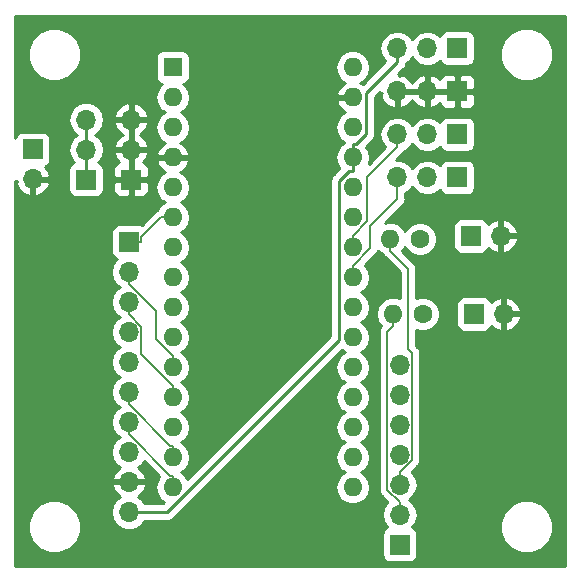
<source format=gbr>
%TF.GenerationSoftware,KiCad,Pcbnew,(5.0.1-3-g963ef8bb5)*%
%TF.CreationDate,2019-03-29T12:16:20-04:00*%
%TF.ProjectId,VHSBase,564853426173652E6B696361645F7063,rev?*%
%TF.SameCoordinates,Original*%
%TF.FileFunction,Copper,L1,Top,Signal*%
%TF.FilePolarity,Positive*%
%FSLAX46Y46*%
G04 Gerber Fmt 4.6, Leading zero omitted, Abs format (unit mm)*
G04 Created by KiCad (PCBNEW (5.0.1-3-g963ef8bb5)) date Friday, March 29, 2019 at 12:16:20 pm*
%MOMM*%
%LPD*%
G01*
G04 APERTURE LIST*
%ADD10O,1.600000X1.600000*%
%ADD11R,1.600000X1.600000*%
%ADD12O,1.700000X1.700000*%
%ADD13R,1.700000X1.700000*%
%ADD14C,1.600000*%
%ADD15C,0.127000*%
%ADD16C,0.250000*%
%ADD17C,0.254000*%
G04 APERTURE END LIST*
D10*
X116215000Y-99255000D03*
X100975000Y-99255000D03*
X116215000Y-63695000D03*
X100975000Y-96715000D03*
X116215000Y-66235000D03*
X100975000Y-94175000D03*
X116215000Y-68775000D03*
X100975000Y-91635000D03*
X116215000Y-71315000D03*
X100975000Y-89095000D03*
X116215000Y-73855000D03*
X100975000Y-86555000D03*
X116215000Y-76395000D03*
X100975000Y-84015000D03*
X116215000Y-78935000D03*
X100975000Y-81475000D03*
X116215000Y-81475000D03*
X100975000Y-78935000D03*
X116215000Y-84015000D03*
X100975000Y-76395000D03*
X116215000Y-86555000D03*
X100975000Y-73855000D03*
X116215000Y-89095000D03*
X100975000Y-71315000D03*
X116215000Y-91635000D03*
X100975000Y-68775000D03*
X116215000Y-94175000D03*
X100975000Y-66235000D03*
X116215000Y-96715000D03*
D11*
X100975000Y-63695000D03*
D12*
X120200000Y-88860000D03*
X120200000Y-91400000D03*
X120200000Y-93940000D03*
X120200000Y-96480000D03*
X120200000Y-99020000D03*
X120200000Y-101560000D03*
D13*
X120200000Y-104100000D03*
D12*
X97282000Y-101346000D03*
X97282000Y-98806000D03*
X97282000Y-96266000D03*
X97282000Y-93726000D03*
X97282000Y-91186000D03*
X97282000Y-88646000D03*
X97282000Y-86106000D03*
X97282000Y-83566000D03*
X97282000Y-81026000D03*
D13*
X97282000Y-78486000D03*
D12*
X93646000Y-68116000D03*
X93646000Y-70656000D03*
D13*
X93646000Y-73196000D03*
D12*
X97456000Y-68116000D03*
X97456000Y-70656000D03*
D13*
X97456000Y-73196000D03*
D12*
X129032000Y-84582000D03*
D13*
X126492000Y-84582000D03*
X126238000Y-77978000D03*
D12*
X128778000Y-77978000D03*
D13*
X125075000Y-62075000D03*
D12*
X122535000Y-62075000D03*
X119995000Y-62075000D03*
X119995000Y-65725000D03*
X122535000Y-65725000D03*
D13*
X125075000Y-65725000D03*
D12*
X119995000Y-69375000D03*
X122535000Y-69375000D03*
D13*
X125075000Y-69375000D03*
X125075000Y-73025000D03*
D12*
X122535000Y-73025000D03*
X119995000Y-73025000D03*
D10*
X119634000Y-84582000D03*
D14*
X122174000Y-84582000D03*
X121920000Y-78232000D03*
D10*
X119380000Y-78232000D03*
D12*
X89136000Y-73178000D03*
D13*
X89136000Y-70638000D03*
D15*
X100975000Y-99255000D02*
X100975000Y-98264200D01*
X97282000Y-93726000D02*
X97282000Y-94766800D01*
X97282000Y-94766800D02*
X100779400Y-98264200D01*
X100779400Y-98264200D02*
X100975000Y-98264200D01*
D16*
X93646000Y-70656000D02*
X93646000Y-68116000D01*
X93646000Y-73196000D02*
X93646000Y-70656000D01*
D15*
X100975000Y-96715000D02*
X100975000Y-95724200D01*
X97282000Y-91186000D02*
X97282000Y-92226800D01*
X97282000Y-92226800D02*
X100779400Y-95724200D01*
X100779400Y-95724200D02*
X100975000Y-95724200D01*
X100975000Y-91635000D02*
X100975000Y-90644200D01*
X97282000Y-83566000D02*
X97282000Y-84606800D01*
X97282000Y-84606800D02*
X98322800Y-85647600D01*
X98322800Y-85647600D02*
X98322800Y-87992000D01*
X98322800Y-87992000D02*
X100975000Y-90644200D01*
D16*
X116215000Y-71315000D02*
X116215000Y-72440300D01*
X97282000Y-101346000D02*
X100516300Y-101346000D01*
X100516300Y-101346000D02*
X115089700Y-86772600D01*
X115089700Y-86772600D02*
X115089700Y-73284200D01*
X115089700Y-73284200D02*
X115933600Y-72440300D01*
X115933600Y-72440300D02*
X116215000Y-72440300D01*
X116215000Y-71315000D02*
X116215000Y-70189700D01*
X119995000Y-62075000D02*
X119995000Y-63250300D01*
X119995000Y-63250300D02*
X117340300Y-65905000D01*
X117340300Y-65905000D02*
X117340300Y-69345800D01*
X117340300Y-69345800D02*
X116496400Y-70189700D01*
X116496400Y-70189700D02*
X116215000Y-70189700D01*
D15*
X100975000Y-89095000D02*
X100975000Y-88104200D01*
X97282000Y-81026000D02*
X97282000Y-82066800D01*
X97282000Y-82066800D02*
X99533600Y-84318400D01*
X99533600Y-84318400D02*
X99533600Y-86662800D01*
X99533600Y-86662800D02*
X100975000Y-88104200D01*
X119380000Y-78232000D02*
X119380000Y-79222800D01*
X120200000Y-99020000D02*
X120200000Y-97979200D01*
X120200000Y-97979200D02*
X121243100Y-96936100D01*
X121243100Y-96936100D02*
X121243100Y-87879100D01*
X121243100Y-87879100D02*
X120904100Y-87540100D01*
X120904100Y-87540100D02*
X120904100Y-80746900D01*
X120904100Y-80746900D02*
X119380000Y-79222800D01*
X116215000Y-78935000D02*
X116215000Y-77944200D01*
X119995000Y-69375000D02*
X119995000Y-70415800D01*
X119995000Y-70415800D02*
X117447900Y-72962900D01*
X117447900Y-72962900D02*
X117447900Y-76711300D01*
X117447900Y-76711300D02*
X116215000Y-77944200D01*
X120200000Y-101560000D02*
X120200000Y-100519200D01*
X119634000Y-84582000D02*
X119634000Y-85572800D01*
X119634000Y-85572800D02*
X119141200Y-86065600D01*
X119141200Y-86065600D02*
X119141200Y-99460400D01*
X119141200Y-99460400D02*
X120200000Y-100519200D01*
X119995000Y-74065800D02*
X119995000Y-74842900D01*
X119995000Y-74842900D02*
X117694600Y-77143300D01*
X117694600Y-77143300D02*
X117694600Y-79004600D01*
X117694600Y-79004600D02*
X116215000Y-80484200D01*
X116215000Y-81475000D02*
X116215000Y-80484200D01*
X119995000Y-73025000D02*
X119995000Y-74065800D01*
X97282000Y-78486000D02*
X98322800Y-78486000D01*
X100975000Y-76395000D02*
X99984200Y-76395000D01*
X98322800Y-78486000D02*
X98322800Y-78056400D01*
X98322800Y-78056400D02*
X99984200Y-76395000D01*
D17*
G36*
X134240001Y-105890000D02*
X87660000Y-105890000D01*
X87660000Y-102155431D01*
X88715000Y-102155431D01*
X88715000Y-103044569D01*
X89055259Y-103866026D01*
X89683974Y-104494741D01*
X90505431Y-104835000D01*
X91394569Y-104835000D01*
X92216026Y-104494741D01*
X92844741Y-103866026D01*
X93185000Y-103044569D01*
X93185000Y-102155431D01*
X92844741Y-101333974D01*
X92216026Y-100705259D01*
X91394569Y-100365000D01*
X90505431Y-100365000D01*
X89683974Y-100705259D01*
X89055259Y-101333974D01*
X88715000Y-102155431D01*
X87660000Y-102155431D01*
X87660000Y-81026000D01*
X95767908Y-81026000D01*
X95883161Y-81605418D01*
X96211375Y-82096625D01*
X96509761Y-82296000D01*
X96211375Y-82495375D01*
X95883161Y-82986582D01*
X95767908Y-83566000D01*
X95883161Y-84145418D01*
X96211375Y-84636625D01*
X96509761Y-84836000D01*
X96211375Y-85035375D01*
X95883161Y-85526582D01*
X95767908Y-86106000D01*
X95883161Y-86685418D01*
X96211375Y-87176625D01*
X96509761Y-87376000D01*
X96211375Y-87575375D01*
X95883161Y-88066582D01*
X95767908Y-88646000D01*
X95883161Y-89225418D01*
X96211375Y-89716625D01*
X96509761Y-89916000D01*
X96211375Y-90115375D01*
X95883161Y-90606582D01*
X95767908Y-91186000D01*
X95883161Y-91765418D01*
X96211375Y-92256625D01*
X96509761Y-92456000D01*
X96211375Y-92655375D01*
X95883161Y-93146582D01*
X95767908Y-93726000D01*
X95883161Y-94305418D01*
X96211375Y-94796625D01*
X96509761Y-94996000D01*
X96211375Y-95195375D01*
X95883161Y-95686582D01*
X95767908Y-96266000D01*
X95883161Y-96845418D01*
X96211375Y-97336625D01*
X96530478Y-97549843D01*
X96400642Y-97610817D01*
X96010355Y-98039076D01*
X95840524Y-98449110D01*
X95961845Y-98679000D01*
X97155000Y-98679000D01*
X97155000Y-98659000D01*
X97409000Y-98659000D01*
X97409000Y-98679000D01*
X98602155Y-98679000D01*
X98723476Y-98449110D01*
X98553645Y-98039076D01*
X98163358Y-97610817D01*
X98033522Y-97549843D01*
X98352625Y-97336625D01*
X98557452Y-97030080D01*
X99863267Y-98335895D01*
X99623260Y-98695091D01*
X99511887Y-99255000D01*
X99623260Y-99814909D01*
X99940423Y-100289577D01*
X100274619Y-100512880D01*
X100201499Y-100586000D01*
X98560178Y-100586000D01*
X98352625Y-100275375D01*
X98033522Y-100062157D01*
X98163358Y-100001183D01*
X98553645Y-99572924D01*
X98723476Y-99162890D01*
X98602155Y-98933000D01*
X97409000Y-98933000D01*
X97409000Y-98953000D01*
X97155000Y-98953000D01*
X97155000Y-98933000D01*
X95961845Y-98933000D01*
X95840524Y-99162890D01*
X96010355Y-99572924D01*
X96400642Y-100001183D01*
X96530478Y-100062157D01*
X96211375Y-100275375D01*
X95883161Y-100766582D01*
X95767908Y-101346000D01*
X95883161Y-101925418D01*
X96211375Y-102416625D01*
X96702582Y-102744839D01*
X97135744Y-102831000D01*
X97428256Y-102831000D01*
X97861418Y-102744839D01*
X98352625Y-102416625D01*
X98560178Y-102106000D01*
X100441453Y-102106000D01*
X100516300Y-102120888D01*
X100591147Y-102106000D01*
X100591152Y-102106000D01*
X100812837Y-102061904D01*
X101064229Y-101893929D01*
X101106631Y-101830470D01*
X115280593Y-87656509D01*
X115532758Y-87825000D01*
X115180423Y-88060423D01*
X114863260Y-88535091D01*
X114751887Y-89095000D01*
X114863260Y-89654909D01*
X115180423Y-90129577D01*
X115532758Y-90365000D01*
X115180423Y-90600423D01*
X114863260Y-91075091D01*
X114751887Y-91635000D01*
X114863260Y-92194909D01*
X115180423Y-92669577D01*
X115532758Y-92905000D01*
X115180423Y-93140423D01*
X114863260Y-93615091D01*
X114751887Y-94175000D01*
X114863260Y-94734909D01*
X115180423Y-95209577D01*
X115532758Y-95445000D01*
X115180423Y-95680423D01*
X114863260Y-96155091D01*
X114751887Y-96715000D01*
X114863260Y-97274909D01*
X115180423Y-97749577D01*
X115532758Y-97985000D01*
X115180423Y-98220423D01*
X114863260Y-98695091D01*
X114751887Y-99255000D01*
X114863260Y-99814909D01*
X115180423Y-100289577D01*
X115655091Y-100606740D01*
X116073667Y-100690000D01*
X116356333Y-100690000D01*
X116774909Y-100606740D01*
X117249577Y-100289577D01*
X117566740Y-99814909D01*
X117678113Y-99255000D01*
X117566740Y-98695091D01*
X117249577Y-98220423D01*
X116897242Y-97985000D01*
X117249577Y-97749577D01*
X117566740Y-97274909D01*
X117678113Y-96715000D01*
X117566740Y-96155091D01*
X117249577Y-95680423D01*
X116897242Y-95445000D01*
X117249577Y-95209577D01*
X117566740Y-94734909D01*
X117678113Y-94175000D01*
X117566740Y-93615091D01*
X117249577Y-93140423D01*
X116897242Y-92905000D01*
X117249577Y-92669577D01*
X117566740Y-92194909D01*
X117678113Y-91635000D01*
X117566740Y-91075091D01*
X117249577Y-90600423D01*
X116897242Y-90365000D01*
X117249577Y-90129577D01*
X117566740Y-89654909D01*
X117678113Y-89095000D01*
X117566740Y-88535091D01*
X117249577Y-88060423D01*
X116897242Y-87825000D01*
X117249577Y-87589577D01*
X117566740Y-87114909D01*
X117678113Y-86555000D01*
X117566740Y-85995091D01*
X117249577Y-85520423D01*
X116897242Y-85285000D01*
X117249577Y-85049577D01*
X117566740Y-84574909D01*
X117678113Y-84015000D01*
X117566740Y-83455091D01*
X117249577Y-82980423D01*
X116897242Y-82745000D01*
X117249577Y-82509577D01*
X117566740Y-82034909D01*
X117678113Y-81475000D01*
X117566740Y-80915091D01*
X117249577Y-80440423D01*
X117247795Y-80439232D01*
X118139869Y-79547159D01*
X118198190Y-79508190D01*
X118352572Y-79277141D01*
X118353588Y-79272033D01*
X118749643Y-79536668D01*
X118876411Y-79726390D01*
X118934731Y-79765358D01*
X120205601Y-81036229D01*
X120205601Y-83238072D01*
X120193909Y-83230260D01*
X119775333Y-83147000D01*
X119492667Y-83147000D01*
X119074091Y-83230260D01*
X118599423Y-83547423D01*
X118282260Y-84022091D01*
X118170887Y-84582000D01*
X118282260Y-85141909D01*
X118599423Y-85616577D01*
X118600617Y-85617375D01*
X118483228Y-85793060D01*
X118442700Y-85996807D01*
X118442700Y-85996810D01*
X118429017Y-86065600D01*
X118442700Y-86134390D01*
X118442701Y-99391605D01*
X118429017Y-99460400D01*
X118483228Y-99732940D01*
X118598642Y-99905669D01*
X118637611Y-99963990D01*
X118695931Y-100002958D01*
X119161130Y-100468157D01*
X119129375Y-100489375D01*
X118801161Y-100980582D01*
X118685908Y-101560000D01*
X118801161Y-102139418D01*
X119129375Y-102630625D01*
X119147619Y-102642816D01*
X119102235Y-102651843D01*
X118892191Y-102792191D01*
X118751843Y-103002235D01*
X118702560Y-103250000D01*
X118702560Y-104950000D01*
X118751843Y-105197765D01*
X118892191Y-105407809D01*
X119102235Y-105548157D01*
X119350000Y-105597440D01*
X121050000Y-105597440D01*
X121297765Y-105548157D01*
X121507809Y-105407809D01*
X121648157Y-105197765D01*
X121697440Y-104950000D01*
X121697440Y-103250000D01*
X121648157Y-103002235D01*
X121507809Y-102792191D01*
X121297765Y-102651843D01*
X121252381Y-102642816D01*
X121270625Y-102630625D01*
X121588139Y-102155431D01*
X128715000Y-102155431D01*
X128715000Y-103044569D01*
X129055259Y-103866026D01*
X129683974Y-104494741D01*
X130505431Y-104835000D01*
X131394569Y-104835000D01*
X132216026Y-104494741D01*
X132844741Y-103866026D01*
X133185000Y-103044569D01*
X133185000Y-102155431D01*
X132844741Y-101333974D01*
X132216026Y-100705259D01*
X131394569Y-100365000D01*
X130505431Y-100365000D01*
X129683974Y-100705259D01*
X129055259Y-101333974D01*
X128715000Y-102155431D01*
X121588139Y-102155431D01*
X121598839Y-102139418D01*
X121714092Y-101560000D01*
X121598839Y-100980582D01*
X121270625Y-100489375D01*
X120972239Y-100290000D01*
X121270625Y-100090625D01*
X121598839Y-99599418D01*
X121714092Y-99020000D01*
X121598839Y-98440582D01*
X121270625Y-97949375D01*
X121238870Y-97928157D01*
X121688371Y-97478657D01*
X121746689Y-97439690D01*
X121785656Y-97381372D01*
X121785658Y-97381370D01*
X121827605Y-97318592D01*
X121901072Y-97208641D01*
X121941600Y-97004894D01*
X121941600Y-97004890D01*
X121955283Y-96936101D01*
X121941600Y-96867312D01*
X121941600Y-87947888D01*
X121955283Y-87879099D01*
X121941600Y-87810310D01*
X121941600Y-87810306D01*
X121901072Y-87606559D01*
X121746690Y-87375510D01*
X121688366Y-87336539D01*
X121602600Y-87250773D01*
X121602600Y-85898551D01*
X121888561Y-86017000D01*
X122459439Y-86017000D01*
X122986862Y-85798534D01*
X123390534Y-85394862D01*
X123609000Y-84867439D01*
X123609000Y-84296561D01*
X123390534Y-83769138D01*
X123353396Y-83732000D01*
X124994560Y-83732000D01*
X124994560Y-85432000D01*
X125043843Y-85679765D01*
X125184191Y-85889809D01*
X125394235Y-86030157D01*
X125642000Y-86079440D01*
X127342000Y-86079440D01*
X127589765Y-86030157D01*
X127799809Y-85889809D01*
X127940157Y-85679765D01*
X127960739Y-85576292D01*
X128265076Y-85853645D01*
X128675110Y-86023476D01*
X128905000Y-85902155D01*
X128905000Y-84709000D01*
X129159000Y-84709000D01*
X129159000Y-85902155D01*
X129388890Y-86023476D01*
X129798924Y-85853645D01*
X130227183Y-85463358D01*
X130473486Y-84938892D01*
X130352819Y-84709000D01*
X129159000Y-84709000D01*
X128905000Y-84709000D01*
X128885000Y-84709000D01*
X128885000Y-84455000D01*
X128905000Y-84455000D01*
X128905000Y-83261845D01*
X129159000Y-83261845D01*
X129159000Y-84455000D01*
X130352819Y-84455000D01*
X130473486Y-84225108D01*
X130227183Y-83700642D01*
X129798924Y-83310355D01*
X129388890Y-83140524D01*
X129159000Y-83261845D01*
X128905000Y-83261845D01*
X128675110Y-83140524D01*
X128265076Y-83310355D01*
X127960739Y-83587708D01*
X127940157Y-83484235D01*
X127799809Y-83274191D01*
X127589765Y-83133843D01*
X127342000Y-83084560D01*
X125642000Y-83084560D01*
X125394235Y-83133843D01*
X125184191Y-83274191D01*
X125043843Y-83484235D01*
X124994560Y-83732000D01*
X123353396Y-83732000D01*
X122986862Y-83365466D01*
X122459439Y-83147000D01*
X121888561Y-83147000D01*
X121602600Y-83265449D01*
X121602600Y-80815690D01*
X121616283Y-80746900D01*
X121602600Y-80678110D01*
X121602600Y-80678106D01*
X121562072Y-80474359D01*
X121407690Y-80243310D01*
X121349369Y-80204341D01*
X120412795Y-79267768D01*
X120414577Y-79266577D01*
X120649606Y-78914832D01*
X120703466Y-79044862D01*
X121107138Y-79448534D01*
X121634561Y-79667000D01*
X122205439Y-79667000D01*
X122732862Y-79448534D01*
X123136534Y-79044862D01*
X123355000Y-78517439D01*
X123355000Y-77946561D01*
X123136534Y-77419138D01*
X122845396Y-77128000D01*
X124740560Y-77128000D01*
X124740560Y-78828000D01*
X124789843Y-79075765D01*
X124930191Y-79285809D01*
X125140235Y-79426157D01*
X125388000Y-79475440D01*
X127088000Y-79475440D01*
X127335765Y-79426157D01*
X127545809Y-79285809D01*
X127686157Y-79075765D01*
X127706739Y-78972292D01*
X128011076Y-79249645D01*
X128421110Y-79419476D01*
X128651000Y-79298155D01*
X128651000Y-78105000D01*
X128905000Y-78105000D01*
X128905000Y-79298155D01*
X129134890Y-79419476D01*
X129544924Y-79249645D01*
X129973183Y-78859358D01*
X130219486Y-78334892D01*
X130098819Y-78105000D01*
X128905000Y-78105000D01*
X128651000Y-78105000D01*
X128631000Y-78105000D01*
X128631000Y-77851000D01*
X128651000Y-77851000D01*
X128651000Y-76657845D01*
X128905000Y-76657845D01*
X128905000Y-77851000D01*
X130098819Y-77851000D01*
X130219486Y-77621108D01*
X129973183Y-77096642D01*
X129544924Y-76706355D01*
X129134890Y-76536524D01*
X128905000Y-76657845D01*
X128651000Y-76657845D01*
X128421110Y-76536524D01*
X128011076Y-76706355D01*
X127706739Y-76983708D01*
X127686157Y-76880235D01*
X127545809Y-76670191D01*
X127335765Y-76529843D01*
X127088000Y-76480560D01*
X125388000Y-76480560D01*
X125140235Y-76529843D01*
X124930191Y-76670191D01*
X124789843Y-76880235D01*
X124740560Y-77128000D01*
X122845396Y-77128000D01*
X122732862Y-77015466D01*
X122205439Y-76797000D01*
X121634561Y-76797000D01*
X121107138Y-77015466D01*
X120703466Y-77419138D01*
X120649606Y-77549168D01*
X120414577Y-77197423D01*
X119939909Y-76880260D01*
X119521333Y-76797000D01*
X119238667Y-76797000D01*
X118976599Y-76849129D01*
X120440269Y-75385459D01*
X120498590Y-75346490D01*
X120652972Y-75115441D01*
X120693500Y-74911694D01*
X120693500Y-74911690D01*
X120707183Y-74842900D01*
X120693500Y-74774110D01*
X120693500Y-74344271D01*
X121065625Y-74095625D01*
X121265000Y-73797239D01*
X121464375Y-74095625D01*
X121955582Y-74423839D01*
X122388744Y-74510000D01*
X122681256Y-74510000D01*
X123114418Y-74423839D01*
X123605625Y-74095625D01*
X123617816Y-74077381D01*
X123626843Y-74122765D01*
X123767191Y-74332809D01*
X123977235Y-74473157D01*
X124225000Y-74522440D01*
X125925000Y-74522440D01*
X126172765Y-74473157D01*
X126382809Y-74332809D01*
X126523157Y-74122765D01*
X126572440Y-73875000D01*
X126572440Y-72175000D01*
X126523157Y-71927235D01*
X126382809Y-71717191D01*
X126172765Y-71576843D01*
X125925000Y-71527560D01*
X124225000Y-71527560D01*
X123977235Y-71576843D01*
X123767191Y-71717191D01*
X123626843Y-71927235D01*
X123617816Y-71972619D01*
X123605625Y-71954375D01*
X123114418Y-71626161D01*
X122681256Y-71540000D01*
X122388744Y-71540000D01*
X121955582Y-71626161D01*
X121464375Y-71954375D01*
X121265000Y-72252761D01*
X121065625Y-71954375D01*
X120574418Y-71626161D01*
X120141256Y-71540000D01*
X119858628Y-71540000D01*
X120440269Y-70958359D01*
X120498590Y-70919390D01*
X120613126Y-70747975D01*
X121065625Y-70445625D01*
X121265000Y-70147239D01*
X121464375Y-70445625D01*
X121955582Y-70773839D01*
X122388744Y-70860000D01*
X122681256Y-70860000D01*
X123114418Y-70773839D01*
X123605625Y-70445625D01*
X123617816Y-70427381D01*
X123626843Y-70472765D01*
X123767191Y-70682809D01*
X123977235Y-70823157D01*
X124225000Y-70872440D01*
X125925000Y-70872440D01*
X126172765Y-70823157D01*
X126382809Y-70682809D01*
X126523157Y-70472765D01*
X126572440Y-70225000D01*
X126572440Y-68525000D01*
X126523157Y-68277235D01*
X126382809Y-68067191D01*
X126172765Y-67926843D01*
X125925000Y-67877560D01*
X124225000Y-67877560D01*
X123977235Y-67926843D01*
X123767191Y-68067191D01*
X123626843Y-68277235D01*
X123617816Y-68322619D01*
X123605625Y-68304375D01*
X123114418Y-67976161D01*
X122681256Y-67890000D01*
X122388744Y-67890000D01*
X121955582Y-67976161D01*
X121464375Y-68304375D01*
X121265000Y-68602761D01*
X121065625Y-68304375D01*
X120574418Y-67976161D01*
X120141256Y-67890000D01*
X119848744Y-67890000D01*
X119415582Y-67976161D01*
X118924375Y-68304375D01*
X118596161Y-68795582D01*
X118480908Y-69375000D01*
X118596161Y-69954418D01*
X118924375Y-70445625D01*
X118956130Y-70466843D01*
X117571377Y-71851595D01*
X117678113Y-71315000D01*
X117566740Y-70755091D01*
X117342063Y-70418838D01*
X117824773Y-69936129D01*
X117888229Y-69893729D01*
X118015258Y-69703617D01*
X118056204Y-69642338D01*
X118081565Y-69514839D01*
X118100300Y-69420652D01*
X118100300Y-69420648D01*
X118115188Y-69345800D01*
X118100300Y-69270952D01*
X118100300Y-66219801D01*
X118510000Y-65810101D01*
X118510000Y-65852002D01*
X118674180Y-65852002D01*
X118553514Y-66081892D01*
X118799817Y-66606358D01*
X119228076Y-66996645D01*
X119638110Y-67166476D01*
X119868000Y-67045155D01*
X119868000Y-65852000D01*
X120122000Y-65852000D01*
X120122000Y-67045155D01*
X120351890Y-67166476D01*
X120761924Y-66996645D01*
X121190183Y-66606358D01*
X121265000Y-66447046D01*
X121339817Y-66606358D01*
X121768076Y-66996645D01*
X122178110Y-67166476D01*
X122408000Y-67045155D01*
X122408000Y-65852000D01*
X122662000Y-65852000D01*
X122662000Y-67045155D01*
X122891890Y-67166476D01*
X123301924Y-66996645D01*
X123599864Y-66725122D01*
X123686673Y-66934698D01*
X123865301Y-67113327D01*
X124098690Y-67210000D01*
X124789250Y-67210000D01*
X124948000Y-67051250D01*
X124948000Y-65852000D01*
X125202000Y-65852000D01*
X125202000Y-67051250D01*
X125360750Y-67210000D01*
X126051310Y-67210000D01*
X126284699Y-67113327D01*
X126463327Y-66934698D01*
X126560000Y-66701309D01*
X126560000Y-66010750D01*
X126401250Y-65852000D01*
X125202000Y-65852000D01*
X124948000Y-65852000D01*
X122662000Y-65852000D01*
X122408000Y-65852000D01*
X120122000Y-65852000D01*
X119868000Y-65852000D01*
X119848000Y-65852000D01*
X119848000Y-65598000D01*
X119868000Y-65598000D01*
X119868000Y-65578000D01*
X120122000Y-65578000D01*
X120122000Y-65598000D01*
X122408000Y-65598000D01*
X122408000Y-64404845D01*
X122662000Y-64404845D01*
X122662000Y-65598000D01*
X124948000Y-65598000D01*
X124948000Y-64398750D01*
X125202000Y-64398750D01*
X125202000Y-65598000D01*
X126401250Y-65598000D01*
X126560000Y-65439250D01*
X126560000Y-64748691D01*
X126463327Y-64515302D01*
X126284699Y-64336673D01*
X126051310Y-64240000D01*
X125360750Y-64240000D01*
X125202000Y-64398750D01*
X124948000Y-64398750D01*
X124789250Y-64240000D01*
X124098690Y-64240000D01*
X123865301Y-64336673D01*
X123686673Y-64515302D01*
X123599864Y-64724878D01*
X123301924Y-64453355D01*
X122891890Y-64283524D01*
X122662000Y-64404845D01*
X122408000Y-64404845D01*
X122178110Y-64283524D01*
X121768076Y-64453355D01*
X121339817Y-64843642D01*
X121265000Y-65002954D01*
X121190183Y-64843642D01*
X120761924Y-64453355D01*
X120351890Y-64283524D01*
X120122002Y-64404844D01*
X120122002Y-64240000D01*
X120080102Y-64240000D01*
X120479473Y-63840629D01*
X120542929Y-63798229D01*
X120702109Y-63560000D01*
X120710904Y-63546838D01*
X120743531Y-63382809D01*
X120748571Y-63357474D01*
X121065625Y-63145625D01*
X121265000Y-62847239D01*
X121464375Y-63145625D01*
X121955582Y-63473839D01*
X122388744Y-63560000D01*
X122681256Y-63560000D01*
X123114418Y-63473839D01*
X123605625Y-63145625D01*
X123617816Y-63127381D01*
X123626843Y-63172765D01*
X123767191Y-63382809D01*
X123977235Y-63523157D01*
X124225000Y-63572440D01*
X125925000Y-63572440D01*
X126172765Y-63523157D01*
X126382809Y-63382809D01*
X126523157Y-63172765D01*
X126572440Y-62925000D01*
X126572440Y-62155431D01*
X128715000Y-62155431D01*
X128715000Y-63044569D01*
X129055259Y-63866026D01*
X129683974Y-64494741D01*
X130505431Y-64835000D01*
X131394569Y-64835000D01*
X132216026Y-64494741D01*
X132844741Y-63866026D01*
X133185000Y-63044569D01*
X133185000Y-62155431D01*
X132844741Y-61333974D01*
X132216026Y-60705259D01*
X131394569Y-60365000D01*
X130505431Y-60365000D01*
X129683974Y-60705259D01*
X129055259Y-61333974D01*
X128715000Y-62155431D01*
X126572440Y-62155431D01*
X126572440Y-61225000D01*
X126523157Y-60977235D01*
X126382809Y-60767191D01*
X126172765Y-60626843D01*
X125925000Y-60577560D01*
X124225000Y-60577560D01*
X123977235Y-60626843D01*
X123767191Y-60767191D01*
X123626843Y-60977235D01*
X123617816Y-61022619D01*
X123605625Y-61004375D01*
X123114418Y-60676161D01*
X122681256Y-60590000D01*
X122388744Y-60590000D01*
X121955582Y-60676161D01*
X121464375Y-61004375D01*
X121265000Y-61302761D01*
X121065625Y-61004375D01*
X120574418Y-60676161D01*
X120141256Y-60590000D01*
X119848744Y-60590000D01*
X119415582Y-60676161D01*
X118924375Y-61004375D01*
X118596161Y-61495582D01*
X118480908Y-62075000D01*
X118596161Y-62654418D01*
X118924375Y-63145625D01*
X118984619Y-63185879D01*
X117078573Y-65091926D01*
X117070134Y-65082611D01*
X116865892Y-64985947D01*
X117249577Y-64729577D01*
X117566740Y-64254909D01*
X117678113Y-63695000D01*
X117566740Y-63135091D01*
X117249577Y-62660423D01*
X116774909Y-62343260D01*
X116356333Y-62260000D01*
X116073667Y-62260000D01*
X115655091Y-62343260D01*
X115180423Y-62660423D01*
X114863260Y-63135091D01*
X114751887Y-63695000D01*
X114863260Y-64254909D01*
X115180423Y-64729577D01*
X115564108Y-64985947D01*
X115359866Y-65082611D01*
X114983959Y-65497577D01*
X114823096Y-65885961D01*
X114945085Y-66108000D01*
X116088000Y-66108000D01*
X116088000Y-66088000D01*
X116342000Y-66088000D01*
X116342000Y-66108000D01*
X116362000Y-66108000D01*
X116362000Y-66362000D01*
X116342000Y-66362000D01*
X116342000Y-66382000D01*
X116088000Y-66382000D01*
X116088000Y-66362000D01*
X114945085Y-66362000D01*
X114823096Y-66584039D01*
X114983959Y-66972423D01*
X115359866Y-67387389D01*
X115564108Y-67484053D01*
X115180423Y-67740423D01*
X114863260Y-68215091D01*
X114751887Y-68775000D01*
X114863260Y-69334909D01*
X115180423Y-69809577D01*
X115476386Y-70007333D01*
X115459104Y-70094214D01*
X115180423Y-70280423D01*
X114863260Y-70755091D01*
X114751887Y-71315000D01*
X114863260Y-71874909D01*
X115087937Y-72211162D01*
X114605228Y-72693871D01*
X114541772Y-72736271D01*
X114499372Y-72799727D01*
X114499371Y-72799728D01*
X114373797Y-72987663D01*
X114314812Y-73284200D01*
X114329701Y-73359052D01*
X114329700Y-86457798D01*
X102232880Y-98554619D01*
X102009577Y-98220423D01*
X101657242Y-97985000D01*
X102009577Y-97749577D01*
X102326740Y-97274909D01*
X102438113Y-96715000D01*
X102326740Y-96155091D01*
X102009577Y-95680423D01*
X101657242Y-95445000D01*
X102009577Y-95209577D01*
X102326740Y-94734909D01*
X102438113Y-94175000D01*
X102326740Y-93615091D01*
X102009577Y-93140423D01*
X101657242Y-92905000D01*
X102009577Y-92669577D01*
X102326740Y-92194909D01*
X102438113Y-91635000D01*
X102326740Y-91075091D01*
X102009577Y-90600423D01*
X101657242Y-90365000D01*
X102009577Y-90129577D01*
X102326740Y-89654909D01*
X102438113Y-89095000D01*
X102326740Y-88535091D01*
X102009577Y-88060423D01*
X101657242Y-87825000D01*
X102009577Y-87589577D01*
X102326740Y-87114909D01*
X102438113Y-86555000D01*
X102326740Y-85995091D01*
X102009577Y-85520423D01*
X101657242Y-85285000D01*
X102009577Y-85049577D01*
X102326740Y-84574909D01*
X102438113Y-84015000D01*
X102326740Y-83455091D01*
X102009577Y-82980423D01*
X101657242Y-82745000D01*
X102009577Y-82509577D01*
X102326740Y-82034909D01*
X102438113Y-81475000D01*
X102326740Y-80915091D01*
X102009577Y-80440423D01*
X101657242Y-80205000D01*
X102009577Y-79969577D01*
X102326740Y-79494909D01*
X102438113Y-78935000D01*
X102326740Y-78375091D01*
X102009577Y-77900423D01*
X101657242Y-77665000D01*
X102009577Y-77429577D01*
X102326740Y-76954909D01*
X102438113Y-76395000D01*
X102326740Y-75835091D01*
X102009577Y-75360423D01*
X101657242Y-75125000D01*
X102009577Y-74889577D01*
X102326740Y-74414909D01*
X102438113Y-73855000D01*
X102326740Y-73295091D01*
X102009577Y-72820423D01*
X101625892Y-72564053D01*
X101830134Y-72467389D01*
X102206041Y-72052423D01*
X102366904Y-71664039D01*
X102244915Y-71442000D01*
X101102000Y-71442000D01*
X101102000Y-71462000D01*
X100848000Y-71462000D01*
X100848000Y-71442000D01*
X99705085Y-71442000D01*
X99583096Y-71664039D01*
X99743959Y-72052423D01*
X100119866Y-72467389D01*
X100324108Y-72564053D01*
X99940423Y-72820423D01*
X99623260Y-73295091D01*
X99511887Y-73855000D01*
X99623260Y-74414909D01*
X99940423Y-74889577D01*
X100292758Y-75125000D01*
X99940423Y-75360423D01*
X99670333Y-75764641D01*
X99480610Y-75891410D01*
X99441641Y-75949731D01*
X98357882Y-77033490D01*
X98132000Y-76988560D01*
X96432000Y-76988560D01*
X96184235Y-77037843D01*
X95974191Y-77178191D01*
X95833843Y-77388235D01*
X95784560Y-77636000D01*
X95784560Y-79336000D01*
X95833843Y-79583765D01*
X95974191Y-79793809D01*
X96184235Y-79934157D01*
X96229619Y-79943184D01*
X96211375Y-79955375D01*
X95883161Y-80446582D01*
X95767908Y-81026000D01*
X87660000Y-81026000D01*
X87660000Y-73305002D01*
X87815844Y-73305002D01*
X87694524Y-73534890D01*
X87864355Y-73944924D01*
X88254642Y-74373183D01*
X88779108Y-74619486D01*
X89009000Y-74498819D01*
X89009000Y-73305000D01*
X89263000Y-73305000D01*
X89263000Y-74498819D01*
X89492892Y-74619486D01*
X90017358Y-74373183D01*
X90407645Y-73944924D01*
X90577476Y-73534890D01*
X90456155Y-73305000D01*
X89263000Y-73305000D01*
X89009000Y-73305000D01*
X88989000Y-73305000D01*
X88989000Y-73051000D01*
X89009000Y-73051000D01*
X89009000Y-73031000D01*
X89263000Y-73031000D01*
X89263000Y-73051000D01*
X90456155Y-73051000D01*
X90577476Y-72821110D01*
X90407645Y-72411076D01*
X90130292Y-72106739D01*
X90233765Y-72086157D01*
X90443809Y-71945809D01*
X90584157Y-71735765D01*
X90633440Y-71488000D01*
X90633440Y-69788000D01*
X90584157Y-69540235D01*
X90443809Y-69330191D01*
X90233765Y-69189843D01*
X89986000Y-69140560D01*
X88286000Y-69140560D01*
X88038235Y-69189843D01*
X87828191Y-69330191D01*
X87687843Y-69540235D01*
X87660000Y-69680213D01*
X87660000Y-68116000D01*
X92131908Y-68116000D01*
X92247161Y-68695418D01*
X92575375Y-69186625D01*
X92873761Y-69386000D01*
X92575375Y-69585375D01*
X92247161Y-70076582D01*
X92131908Y-70656000D01*
X92247161Y-71235418D01*
X92575375Y-71726625D01*
X92593619Y-71738816D01*
X92548235Y-71747843D01*
X92338191Y-71888191D01*
X92197843Y-72098235D01*
X92148560Y-72346000D01*
X92148560Y-74046000D01*
X92197843Y-74293765D01*
X92338191Y-74503809D01*
X92548235Y-74644157D01*
X92796000Y-74693440D01*
X94496000Y-74693440D01*
X94743765Y-74644157D01*
X94953809Y-74503809D01*
X95094157Y-74293765D01*
X95143440Y-74046000D01*
X95143440Y-73481750D01*
X95971000Y-73481750D01*
X95971000Y-74172310D01*
X96067673Y-74405699D01*
X96246302Y-74584327D01*
X96479691Y-74681000D01*
X97170250Y-74681000D01*
X97329000Y-74522250D01*
X97329000Y-73323000D01*
X97583000Y-73323000D01*
X97583000Y-74522250D01*
X97741750Y-74681000D01*
X98432309Y-74681000D01*
X98665698Y-74584327D01*
X98844327Y-74405699D01*
X98941000Y-74172310D01*
X98941000Y-73481750D01*
X98782250Y-73323000D01*
X97583000Y-73323000D01*
X97329000Y-73323000D01*
X96129750Y-73323000D01*
X95971000Y-73481750D01*
X95143440Y-73481750D01*
X95143440Y-72346000D01*
X95118316Y-72219690D01*
X95971000Y-72219690D01*
X95971000Y-72910250D01*
X96129750Y-73069000D01*
X97329000Y-73069000D01*
X97329000Y-70783000D01*
X97583000Y-70783000D01*
X97583000Y-73069000D01*
X98782250Y-73069000D01*
X98941000Y-72910250D01*
X98941000Y-72219690D01*
X98844327Y-71986301D01*
X98665698Y-71807673D01*
X98456122Y-71720864D01*
X98727645Y-71422924D01*
X98897476Y-71012890D01*
X98776155Y-70783000D01*
X97583000Y-70783000D01*
X97329000Y-70783000D01*
X96135845Y-70783000D01*
X96014524Y-71012890D01*
X96184355Y-71422924D01*
X96455878Y-71720864D01*
X96246302Y-71807673D01*
X96067673Y-71986301D01*
X95971000Y-72219690D01*
X95118316Y-72219690D01*
X95094157Y-72098235D01*
X94953809Y-71888191D01*
X94743765Y-71747843D01*
X94698381Y-71738816D01*
X94716625Y-71726625D01*
X95044839Y-71235418D01*
X95160092Y-70656000D01*
X95044839Y-70076582D01*
X94716625Y-69585375D01*
X94418239Y-69386000D01*
X94716625Y-69186625D01*
X95044839Y-68695418D01*
X95089102Y-68472890D01*
X96014524Y-68472890D01*
X96184355Y-68882924D01*
X96574642Y-69311183D01*
X96733954Y-69386000D01*
X96574642Y-69460817D01*
X96184355Y-69889076D01*
X96014524Y-70299110D01*
X96135845Y-70529000D01*
X97329000Y-70529000D01*
X97329000Y-68243000D01*
X97583000Y-68243000D01*
X97583000Y-70529000D01*
X98776155Y-70529000D01*
X98897476Y-70299110D01*
X98727645Y-69889076D01*
X98337358Y-69460817D01*
X98178046Y-69386000D01*
X98337358Y-69311183D01*
X98727645Y-68882924D01*
X98897476Y-68472890D01*
X98776155Y-68243000D01*
X97583000Y-68243000D01*
X97329000Y-68243000D01*
X96135845Y-68243000D01*
X96014524Y-68472890D01*
X95089102Y-68472890D01*
X95160092Y-68116000D01*
X95089103Y-67759110D01*
X96014524Y-67759110D01*
X96135845Y-67989000D01*
X97329000Y-67989000D01*
X97329000Y-66795181D01*
X97583000Y-66795181D01*
X97583000Y-67989000D01*
X98776155Y-67989000D01*
X98897476Y-67759110D01*
X98727645Y-67349076D01*
X98337358Y-66920817D01*
X97812892Y-66674514D01*
X97583000Y-66795181D01*
X97329000Y-66795181D01*
X97099108Y-66674514D01*
X96574642Y-66920817D01*
X96184355Y-67349076D01*
X96014524Y-67759110D01*
X95089103Y-67759110D01*
X95044839Y-67536582D01*
X94716625Y-67045375D01*
X94225418Y-66717161D01*
X93792256Y-66631000D01*
X93499744Y-66631000D01*
X93066582Y-66717161D01*
X92575375Y-67045375D01*
X92247161Y-67536582D01*
X92131908Y-68116000D01*
X87660000Y-68116000D01*
X87660000Y-66235000D01*
X99511887Y-66235000D01*
X99623260Y-66794909D01*
X99940423Y-67269577D01*
X100292758Y-67505000D01*
X99940423Y-67740423D01*
X99623260Y-68215091D01*
X99511887Y-68775000D01*
X99623260Y-69334909D01*
X99940423Y-69809577D01*
X100324108Y-70065947D01*
X100119866Y-70162611D01*
X99743959Y-70577577D01*
X99583096Y-70965961D01*
X99705085Y-71188000D01*
X100848000Y-71188000D01*
X100848000Y-71168000D01*
X101102000Y-71168000D01*
X101102000Y-71188000D01*
X102244915Y-71188000D01*
X102366904Y-70965961D01*
X102206041Y-70577577D01*
X101830134Y-70162611D01*
X101625892Y-70065947D01*
X102009577Y-69809577D01*
X102326740Y-69334909D01*
X102438113Y-68775000D01*
X102326740Y-68215091D01*
X102009577Y-67740423D01*
X101657242Y-67505000D01*
X102009577Y-67269577D01*
X102326740Y-66794909D01*
X102438113Y-66235000D01*
X102326740Y-65675091D01*
X102009577Y-65200423D01*
X101888894Y-65119785D01*
X102022765Y-65093157D01*
X102232809Y-64952809D01*
X102373157Y-64742765D01*
X102422440Y-64495000D01*
X102422440Y-62895000D01*
X102373157Y-62647235D01*
X102232809Y-62437191D01*
X102022765Y-62296843D01*
X101775000Y-62247560D01*
X100175000Y-62247560D01*
X99927235Y-62296843D01*
X99717191Y-62437191D01*
X99576843Y-62647235D01*
X99527560Y-62895000D01*
X99527560Y-64495000D01*
X99576843Y-64742765D01*
X99717191Y-64952809D01*
X99927235Y-65093157D01*
X100061106Y-65119785D01*
X99940423Y-65200423D01*
X99623260Y-65675091D01*
X99511887Y-66235000D01*
X87660000Y-66235000D01*
X87660000Y-62155431D01*
X88715000Y-62155431D01*
X88715000Y-63044569D01*
X89055259Y-63866026D01*
X89683974Y-64494741D01*
X90505431Y-64835000D01*
X91394569Y-64835000D01*
X92216026Y-64494741D01*
X92844741Y-63866026D01*
X93185000Y-63044569D01*
X93185000Y-62155431D01*
X92844741Y-61333974D01*
X92216026Y-60705259D01*
X91394569Y-60365000D01*
X90505431Y-60365000D01*
X89683974Y-60705259D01*
X89055259Y-61333974D01*
X88715000Y-62155431D01*
X87660000Y-62155431D01*
X87660000Y-59310000D01*
X134240000Y-59310000D01*
X134240001Y-105890000D01*
X134240001Y-105890000D01*
G37*
X134240001Y-105890000D02*
X87660000Y-105890000D01*
X87660000Y-102155431D01*
X88715000Y-102155431D01*
X88715000Y-103044569D01*
X89055259Y-103866026D01*
X89683974Y-104494741D01*
X90505431Y-104835000D01*
X91394569Y-104835000D01*
X92216026Y-104494741D01*
X92844741Y-103866026D01*
X93185000Y-103044569D01*
X93185000Y-102155431D01*
X92844741Y-101333974D01*
X92216026Y-100705259D01*
X91394569Y-100365000D01*
X90505431Y-100365000D01*
X89683974Y-100705259D01*
X89055259Y-101333974D01*
X88715000Y-102155431D01*
X87660000Y-102155431D01*
X87660000Y-81026000D01*
X95767908Y-81026000D01*
X95883161Y-81605418D01*
X96211375Y-82096625D01*
X96509761Y-82296000D01*
X96211375Y-82495375D01*
X95883161Y-82986582D01*
X95767908Y-83566000D01*
X95883161Y-84145418D01*
X96211375Y-84636625D01*
X96509761Y-84836000D01*
X96211375Y-85035375D01*
X95883161Y-85526582D01*
X95767908Y-86106000D01*
X95883161Y-86685418D01*
X96211375Y-87176625D01*
X96509761Y-87376000D01*
X96211375Y-87575375D01*
X95883161Y-88066582D01*
X95767908Y-88646000D01*
X95883161Y-89225418D01*
X96211375Y-89716625D01*
X96509761Y-89916000D01*
X96211375Y-90115375D01*
X95883161Y-90606582D01*
X95767908Y-91186000D01*
X95883161Y-91765418D01*
X96211375Y-92256625D01*
X96509761Y-92456000D01*
X96211375Y-92655375D01*
X95883161Y-93146582D01*
X95767908Y-93726000D01*
X95883161Y-94305418D01*
X96211375Y-94796625D01*
X96509761Y-94996000D01*
X96211375Y-95195375D01*
X95883161Y-95686582D01*
X95767908Y-96266000D01*
X95883161Y-96845418D01*
X96211375Y-97336625D01*
X96530478Y-97549843D01*
X96400642Y-97610817D01*
X96010355Y-98039076D01*
X95840524Y-98449110D01*
X95961845Y-98679000D01*
X97155000Y-98679000D01*
X97155000Y-98659000D01*
X97409000Y-98659000D01*
X97409000Y-98679000D01*
X98602155Y-98679000D01*
X98723476Y-98449110D01*
X98553645Y-98039076D01*
X98163358Y-97610817D01*
X98033522Y-97549843D01*
X98352625Y-97336625D01*
X98557452Y-97030080D01*
X99863267Y-98335895D01*
X99623260Y-98695091D01*
X99511887Y-99255000D01*
X99623260Y-99814909D01*
X99940423Y-100289577D01*
X100274619Y-100512880D01*
X100201499Y-100586000D01*
X98560178Y-100586000D01*
X98352625Y-100275375D01*
X98033522Y-100062157D01*
X98163358Y-100001183D01*
X98553645Y-99572924D01*
X98723476Y-99162890D01*
X98602155Y-98933000D01*
X97409000Y-98933000D01*
X97409000Y-98953000D01*
X97155000Y-98953000D01*
X97155000Y-98933000D01*
X95961845Y-98933000D01*
X95840524Y-99162890D01*
X96010355Y-99572924D01*
X96400642Y-100001183D01*
X96530478Y-100062157D01*
X96211375Y-100275375D01*
X95883161Y-100766582D01*
X95767908Y-101346000D01*
X95883161Y-101925418D01*
X96211375Y-102416625D01*
X96702582Y-102744839D01*
X97135744Y-102831000D01*
X97428256Y-102831000D01*
X97861418Y-102744839D01*
X98352625Y-102416625D01*
X98560178Y-102106000D01*
X100441453Y-102106000D01*
X100516300Y-102120888D01*
X100591147Y-102106000D01*
X100591152Y-102106000D01*
X100812837Y-102061904D01*
X101064229Y-101893929D01*
X101106631Y-101830470D01*
X115280593Y-87656509D01*
X115532758Y-87825000D01*
X115180423Y-88060423D01*
X114863260Y-88535091D01*
X114751887Y-89095000D01*
X114863260Y-89654909D01*
X115180423Y-90129577D01*
X115532758Y-90365000D01*
X115180423Y-90600423D01*
X114863260Y-91075091D01*
X114751887Y-91635000D01*
X114863260Y-92194909D01*
X115180423Y-92669577D01*
X115532758Y-92905000D01*
X115180423Y-93140423D01*
X114863260Y-93615091D01*
X114751887Y-94175000D01*
X114863260Y-94734909D01*
X115180423Y-95209577D01*
X115532758Y-95445000D01*
X115180423Y-95680423D01*
X114863260Y-96155091D01*
X114751887Y-96715000D01*
X114863260Y-97274909D01*
X115180423Y-97749577D01*
X115532758Y-97985000D01*
X115180423Y-98220423D01*
X114863260Y-98695091D01*
X114751887Y-99255000D01*
X114863260Y-99814909D01*
X115180423Y-100289577D01*
X115655091Y-100606740D01*
X116073667Y-100690000D01*
X116356333Y-100690000D01*
X116774909Y-100606740D01*
X117249577Y-100289577D01*
X117566740Y-99814909D01*
X117678113Y-99255000D01*
X117566740Y-98695091D01*
X117249577Y-98220423D01*
X116897242Y-97985000D01*
X117249577Y-97749577D01*
X117566740Y-97274909D01*
X117678113Y-96715000D01*
X117566740Y-96155091D01*
X117249577Y-95680423D01*
X116897242Y-95445000D01*
X117249577Y-95209577D01*
X117566740Y-94734909D01*
X117678113Y-94175000D01*
X117566740Y-93615091D01*
X117249577Y-93140423D01*
X116897242Y-92905000D01*
X117249577Y-92669577D01*
X117566740Y-92194909D01*
X117678113Y-91635000D01*
X117566740Y-91075091D01*
X117249577Y-90600423D01*
X116897242Y-90365000D01*
X117249577Y-90129577D01*
X117566740Y-89654909D01*
X117678113Y-89095000D01*
X117566740Y-88535091D01*
X117249577Y-88060423D01*
X116897242Y-87825000D01*
X117249577Y-87589577D01*
X117566740Y-87114909D01*
X117678113Y-86555000D01*
X117566740Y-85995091D01*
X117249577Y-85520423D01*
X116897242Y-85285000D01*
X117249577Y-85049577D01*
X117566740Y-84574909D01*
X117678113Y-84015000D01*
X117566740Y-83455091D01*
X117249577Y-82980423D01*
X116897242Y-82745000D01*
X117249577Y-82509577D01*
X117566740Y-82034909D01*
X117678113Y-81475000D01*
X117566740Y-80915091D01*
X117249577Y-80440423D01*
X117247795Y-80439232D01*
X118139869Y-79547159D01*
X118198190Y-79508190D01*
X118352572Y-79277141D01*
X118353588Y-79272033D01*
X118749643Y-79536668D01*
X118876411Y-79726390D01*
X118934731Y-79765358D01*
X120205601Y-81036229D01*
X120205601Y-83238072D01*
X120193909Y-83230260D01*
X119775333Y-83147000D01*
X119492667Y-83147000D01*
X119074091Y-83230260D01*
X118599423Y-83547423D01*
X118282260Y-84022091D01*
X118170887Y-84582000D01*
X118282260Y-85141909D01*
X118599423Y-85616577D01*
X118600617Y-85617375D01*
X118483228Y-85793060D01*
X118442700Y-85996807D01*
X118442700Y-85996810D01*
X118429017Y-86065600D01*
X118442700Y-86134390D01*
X118442701Y-99391605D01*
X118429017Y-99460400D01*
X118483228Y-99732940D01*
X118598642Y-99905669D01*
X118637611Y-99963990D01*
X118695931Y-100002958D01*
X119161130Y-100468157D01*
X119129375Y-100489375D01*
X118801161Y-100980582D01*
X118685908Y-101560000D01*
X118801161Y-102139418D01*
X119129375Y-102630625D01*
X119147619Y-102642816D01*
X119102235Y-102651843D01*
X118892191Y-102792191D01*
X118751843Y-103002235D01*
X118702560Y-103250000D01*
X118702560Y-104950000D01*
X118751843Y-105197765D01*
X118892191Y-105407809D01*
X119102235Y-105548157D01*
X119350000Y-105597440D01*
X121050000Y-105597440D01*
X121297765Y-105548157D01*
X121507809Y-105407809D01*
X121648157Y-105197765D01*
X121697440Y-104950000D01*
X121697440Y-103250000D01*
X121648157Y-103002235D01*
X121507809Y-102792191D01*
X121297765Y-102651843D01*
X121252381Y-102642816D01*
X121270625Y-102630625D01*
X121588139Y-102155431D01*
X128715000Y-102155431D01*
X128715000Y-103044569D01*
X129055259Y-103866026D01*
X129683974Y-104494741D01*
X130505431Y-104835000D01*
X131394569Y-104835000D01*
X132216026Y-104494741D01*
X132844741Y-103866026D01*
X133185000Y-103044569D01*
X133185000Y-102155431D01*
X132844741Y-101333974D01*
X132216026Y-100705259D01*
X131394569Y-100365000D01*
X130505431Y-100365000D01*
X129683974Y-100705259D01*
X129055259Y-101333974D01*
X128715000Y-102155431D01*
X121588139Y-102155431D01*
X121598839Y-102139418D01*
X121714092Y-101560000D01*
X121598839Y-100980582D01*
X121270625Y-100489375D01*
X120972239Y-100290000D01*
X121270625Y-100090625D01*
X121598839Y-99599418D01*
X121714092Y-99020000D01*
X121598839Y-98440582D01*
X121270625Y-97949375D01*
X121238870Y-97928157D01*
X121688371Y-97478657D01*
X121746689Y-97439690D01*
X121785656Y-97381372D01*
X121785658Y-97381370D01*
X121827605Y-97318592D01*
X121901072Y-97208641D01*
X121941600Y-97004894D01*
X121941600Y-97004890D01*
X121955283Y-96936101D01*
X121941600Y-96867312D01*
X121941600Y-87947888D01*
X121955283Y-87879099D01*
X121941600Y-87810310D01*
X121941600Y-87810306D01*
X121901072Y-87606559D01*
X121746690Y-87375510D01*
X121688366Y-87336539D01*
X121602600Y-87250773D01*
X121602600Y-85898551D01*
X121888561Y-86017000D01*
X122459439Y-86017000D01*
X122986862Y-85798534D01*
X123390534Y-85394862D01*
X123609000Y-84867439D01*
X123609000Y-84296561D01*
X123390534Y-83769138D01*
X123353396Y-83732000D01*
X124994560Y-83732000D01*
X124994560Y-85432000D01*
X125043843Y-85679765D01*
X125184191Y-85889809D01*
X125394235Y-86030157D01*
X125642000Y-86079440D01*
X127342000Y-86079440D01*
X127589765Y-86030157D01*
X127799809Y-85889809D01*
X127940157Y-85679765D01*
X127960739Y-85576292D01*
X128265076Y-85853645D01*
X128675110Y-86023476D01*
X128905000Y-85902155D01*
X128905000Y-84709000D01*
X129159000Y-84709000D01*
X129159000Y-85902155D01*
X129388890Y-86023476D01*
X129798924Y-85853645D01*
X130227183Y-85463358D01*
X130473486Y-84938892D01*
X130352819Y-84709000D01*
X129159000Y-84709000D01*
X128905000Y-84709000D01*
X128885000Y-84709000D01*
X128885000Y-84455000D01*
X128905000Y-84455000D01*
X128905000Y-83261845D01*
X129159000Y-83261845D01*
X129159000Y-84455000D01*
X130352819Y-84455000D01*
X130473486Y-84225108D01*
X130227183Y-83700642D01*
X129798924Y-83310355D01*
X129388890Y-83140524D01*
X129159000Y-83261845D01*
X128905000Y-83261845D01*
X128675110Y-83140524D01*
X128265076Y-83310355D01*
X127960739Y-83587708D01*
X127940157Y-83484235D01*
X127799809Y-83274191D01*
X127589765Y-83133843D01*
X127342000Y-83084560D01*
X125642000Y-83084560D01*
X125394235Y-83133843D01*
X125184191Y-83274191D01*
X125043843Y-83484235D01*
X124994560Y-83732000D01*
X123353396Y-83732000D01*
X122986862Y-83365466D01*
X122459439Y-83147000D01*
X121888561Y-83147000D01*
X121602600Y-83265449D01*
X121602600Y-80815690D01*
X121616283Y-80746900D01*
X121602600Y-80678110D01*
X121602600Y-80678106D01*
X121562072Y-80474359D01*
X121407690Y-80243310D01*
X121349369Y-80204341D01*
X120412795Y-79267768D01*
X120414577Y-79266577D01*
X120649606Y-78914832D01*
X120703466Y-79044862D01*
X121107138Y-79448534D01*
X121634561Y-79667000D01*
X122205439Y-79667000D01*
X122732862Y-79448534D01*
X123136534Y-79044862D01*
X123355000Y-78517439D01*
X123355000Y-77946561D01*
X123136534Y-77419138D01*
X122845396Y-77128000D01*
X124740560Y-77128000D01*
X124740560Y-78828000D01*
X124789843Y-79075765D01*
X124930191Y-79285809D01*
X125140235Y-79426157D01*
X125388000Y-79475440D01*
X127088000Y-79475440D01*
X127335765Y-79426157D01*
X127545809Y-79285809D01*
X127686157Y-79075765D01*
X127706739Y-78972292D01*
X128011076Y-79249645D01*
X128421110Y-79419476D01*
X128651000Y-79298155D01*
X128651000Y-78105000D01*
X128905000Y-78105000D01*
X128905000Y-79298155D01*
X129134890Y-79419476D01*
X129544924Y-79249645D01*
X129973183Y-78859358D01*
X130219486Y-78334892D01*
X130098819Y-78105000D01*
X128905000Y-78105000D01*
X128651000Y-78105000D01*
X128631000Y-78105000D01*
X128631000Y-77851000D01*
X128651000Y-77851000D01*
X128651000Y-76657845D01*
X128905000Y-76657845D01*
X128905000Y-77851000D01*
X130098819Y-77851000D01*
X130219486Y-77621108D01*
X129973183Y-77096642D01*
X129544924Y-76706355D01*
X129134890Y-76536524D01*
X128905000Y-76657845D01*
X128651000Y-76657845D01*
X128421110Y-76536524D01*
X128011076Y-76706355D01*
X127706739Y-76983708D01*
X127686157Y-76880235D01*
X127545809Y-76670191D01*
X127335765Y-76529843D01*
X127088000Y-76480560D01*
X125388000Y-76480560D01*
X125140235Y-76529843D01*
X124930191Y-76670191D01*
X124789843Y-76880235D01*
X124740560Y-77128000D01*
X122845396Y-77128000D01*
X122732862Y-77015466D01*
X122205439Y-76797000D01*
X121634561Y-76797000D01*
X121107138Y-77015466D01*
X120703466Y-77419138D01*
X120649606Y-77549168D01*
X120414577Y-77197423D01*
X119939909Y-76880260D01*
X119521333Y-76797000D01*
X119238667Y-76797000D01*
X118976599Y-76849129D01*
X120440269Y-75385459D01*
X120498590Y-75346490D01*
X120652972Y-75115441D01*
X120693500Y-74911694D01*
X120693500Y-74911690D01*
X120707183Y-74842900D01*
X120693500Y-74774110D01*
X120693500Y-74344271D01*
X121065625Y-74095625D01*
X121265000Y-73797239D01*
X121464375Y-74095625D01*
X121955582Y-74423839D01*
X122388744Y-74510000D01*
X122681256Y-74510000D01*
X123114418Y-74423839D01*
X123605625Y-74095625D01*
X123617816Y-74077381D01*
X123626843Y-74122765D01*
X123767191Y-74332809D01*
X123977235Y-74473157D01*
X124225000Y-74522440D01*
X125925000Y-74522440D01*
X126172765Y-74473157D01*
X126382809Y-74332809D01*
X126523157Y-74122765D01*
X126572440Y-73875000D01*
X126572440Y-72175000D01*
X126523157Y-71927235D01*
X126382809Y-71717191D01*
X126172765Y-71576843D01*
X125925000Y-71527560D01*
X124225000Y-71527560D01*
X123977235Y-71576843D01*
X123767191Y-71717191D01*
X123626843Y-71927235D01*
X123617816Y-71972619D01*
X123605625Y-71954375D01*
X123114418Y-71626161D01*
X122681256Y-71540000D01*
X122388744Y-71540000D01*
X121955582Y-71626161D01*
X121464375Y-71954375D01*
X121265000Y-72252761D01*
X121065625Y-71954375D01*
X120574418Y-71626161D01*
X120141256Y-71540000D01*
X119858628Y-71540000D01*
X120440269Y-70958359D01*
X120498590Y-70919390D01*
X120613126Y-70747975D01*
X121065625Y-70445625D01*
X121265000Y-70147239D01*
X121464375Y-70445625D01*
X121955582Y-70773839D01*
X122388744Y-70860000D01*
X122681256Y-70860000D01*
X123114418Y-70773839D01*
X123605625Y-70445625D01*
X123617816Y-70427381D01*
X123626843Y-70472765D01*
X123767191Y-70682809D01*
X123977235Y-70823157D01*
X124225000Y-70872440D01*
X125925000Y-70872440D01*
X126172765Y-70823157D01*
X126382809Y-70682809D01*
X126523157Y-70472765D01*
X126572440Y-70225000D01*
X126572440Y-68525000D01*
X126523157Y-68277235D01*
X126382809Y-68067191D01*
X126172765Y-67926843D01*
X125925000Y-67877560D01*
X124225000Y-67877560D01*
X123977235Y-67926843D01*
X123767191Y-68067191D01*
X123626843Y-68277235D01*
X123617816Y-68322619D01*
X123605625Y-68304375D01*
X123114418Y-67976161D01*
X122681256Y-67890000D01*
X122388744Y-67890000D01*
X121955582Y-67976161D01*
X121464375Y-68304375D01*
X121265000Y-68602761D01*
X121065625Y-68304375D01*
X120574418Y-67976161D01*
X120141256Y-67890000D01*
X119848744Y-67890000D01*
X119415582Y-67976161D01*
X118924375Y-68304375D01*
X118596161Y-68795582D01*
X118480908Y-69375000D01*
X118596161Y-69954418D01*
X118924375Y-70445625D01*
X118956130Y-70466843D01*
X117571377Y-71851595D01*
X117678113Y-71315000D01*
X117566740Y-70755091D01*
X117342063Y-70418838D01*
X117824773Y-69936129D01*
X117888229Y-69893729D01*
X118015258Y-69703617D01*
X118056204Y-69642338D01*
X118081565Y-69514839D01*
X118100300Y-69420652D01*
X118100300Y-69420648D01*
X118115188Y-69345800D01*
X118100300Y-69270952D01*
X118100300Y-66219801D01*
X118510000Y-65810101D01*
X118510000Y-65852002D01*
X118674180Y-65852002D01*
X118553514Y-66081892D01*
X118799817Y-66606358D01*
X119228076Y-66996645D01*
X119638110Y-67166476D01*
X119868000Y-67045155D01*
X119868000Y-65852000D01*
X120122000Y-65852000D01*
X120122000Y-67045155D01*
X120351890Y-67166476D01*
X120761924Y-66996645D01*
X121190183Y-66606358D01*
X121265000Y-66447046D01*
X121339817Y-66606358D01*
X121768076Y-66996645D01*
X122178110Y-67166476D01*
X122408000Y-67045155D01*
X122408000Y-65852000D01*
X122662000Y-65852000D01*
X122662000Y-67045155D01*
X122891890Y-67166476D01*
X123301924Y-66996645D01*
X123599864Y-66725122D01*
X123686673Y-66934698D01*
X123865301Y-67113327D01*
X124098690Y-67210000D01*
X124789250Y-67210000D01*
X124948000Y-67051250D01*
X124948000Y-65852000D01*
X125202000Y-65852000D01*
X125202000Y-67051250D01*
X125360750Y-67210000D01*
X126051310Y-67210000D01*
X126284699Y-67113327D01*
X126463327Y-66934698D01*
X126560000Y-66701309D01*
X126560000Y-66010750D01*
X126401250Y-65852000D01*
X125202000Y-65852000D01*
X124948000Y-65852000D01*
X122662000Y-65852000D01*
X122408000Y-65852000D01*
X120122000Y-65852000D01*
X119868000Y-65852000D01*
X119848000Y-65852000D01*
X119848000Y-65598000D01*
X119868000Y-65598000D01*
X119868000Y-65578000D01*
X120122000Y-65578000D01*
X120122000Y-65598000D01*
X122408000Y-65598000D01*
X122408000Y-64404845D01*
X122662000Y-64404845D01*
X122662000Y-65598000D01*
X124948000Y-65598000D01*
X124948000Y-64398750D01*
X125202000Y-64398750D01*
X125202000Y-65598000D01*
X126401250Y-65598000D01*
X126560000Y-65439250D01*
X126560000Y-64748691D01*
X126463327Y-64515302D01*
X126284699Y-64336673D01*
X126051310Y-64240000D01*
X125360750Y-64240000D01*
X125202000Y-64398750D01*
X124948000Y-64398750D01*
X124789250Y-64240000D01*
X124098690Y-64240000D01*
X123865301Y-64336673D01*
X123686673Y-64515302D01*
X123599864Y-64724878D01*
X123301924Y-64453355D01*
X122891890Y-64283524D01*
X122662000Y-64404845D01*
X122408000Y-64404845D01*
X122178110Y-64283524D01*
X121768076Y-64453355D01*
X121339817Y-64843642D01*
X121265000Y-65002954D01*
X121190183Y-64843642D01*
X120761924Y-64453355D01*
X120351890Y-64283524D01*
X120122002Y-64404844D01*
X120122002Y-64240000D01*
X120080102Y-64240000D01*
X120479473Y-63840629D01*
X120542929Y-63798229D01*
X120702109Y-63560000D01*
X120710904Y-63546838D01*
X120743531Y-63382809D01*
X120748571Y-63357474D01*
X121065625Y-63145625D01*
X121265000Y-62847239D01*
X121464375Y-63145625D01*
X121955582Y-63473839D01*
X122388744Y-63560000D01*
X122681256Y-63560000D01*
X123114418Y-63473839D01*
X123605625Y-63145625D01*
X123617816Y-63127381D01*
X123626843Y-63172765D01*
X123767191Y-63382809D01*
X123977235Y-63523157D01*
X124225000Y-63572440D01*
X125925000Y-63572440D01*
X126172765Y-63523157D01*
X126382809Y-63382809D01*
X126523157Y-63172765D01*
X126572440Y-62925000D01*
X126572440Y-62155431D01*
X128715000Y-62155431D01*
X128715000Y-63044569D01*
X129055259Y-63866026D01*
X129683974Y-64494741D01*
X130505431Y-64835000D01*
X131394569Y-64835000D01*
X132216026Y-64494741D01*
X132844741Y-63866026D01*
X133185000Y-63044569D01*
X133185000Y-62155431D01*
X132844741Y-61333974D01*
X132216026Y-60705259D01*
X131394569Y-60365000D01*
X130505431Y-60365000D01*
X129683974Y-60705259D01*
X129055259Y-61333974D01*
X128715000Y-62155431D01*
X126572440Y-62155431D01*
X126572440Y-61225000D01*
X126523157Y-60977235D01*
X126382809Y-60767191D01*
X126172765Y-60626843D01*
X125925000Y-60577560D01*
X124225000Y-60577560D01*
X123977235Y-60626843D01*
X123767191Y-60767191D01*
X123626843Y-60977235D01*
X123617816Y-61022619D01*
X123605625Y-61004375D01*
X123114418Y-60676161D01*
X122681256Y-60590000D01*
X122388744Y-60590000D01*
X121955582Y-60676161D01*
X121464375Y-61004375D01*
X121265000Y-61302761D01*
X121065625Y-61004375D01*
X120574418Y-60676161D01*
X120141256Y-60590000D01*
X119848744Y-60590000D01*
X119415582Y-60676161D01*
X118924375Y-61004375D01*
X118596161Y-61495582D01*
X118480908Y-62075000D01*
X118596161Y-62654418D01*
X118924375Y-63145625D01*
X118984619Y-63185879D01*
X117078573Y-65091926D01*
X117070134Y-65082611D01*
X116865892Y-64985947D01*
X117249577Y-64729577D01*
X117566740Y-64254909D01*
X117678113Y-63695000D01*
X117566740Y-63135091D01*
X117249577Y-62660423D01*
X116774909Y-62343260D01*
X116356333Y-62260000D01*
X116073667Y-62260000D01*
X115655091Y-62343260D01*
X115180423Y-62660423D01*
X114863260Y-63135091D01*
X114751887Y-63695000D01*
X114863260Y-64254909D01*
X115180423Y-64729577D01*
X115564108Y-64985947D01*
X115359866Y-65082611D01*
X114983959Y-65497577D01*
X114823096Y-65885961D01*
X114945085Y-66108000D01*
X116088000Y-66108000D01*
X116088000Y-66088000D01*
X116342000Y-66088000D01*
X116342000Y-66108000D01*
X116362000Y-66108000D01*
X116362000Y-66362000D01*
X116342000Y-66362000D01*
X116342000Y-66382000D01*
X116088000Y-66382000D01*
X116088000Y-66362000D01*
X114945085Y-66362000D01*
X114823096Y-66584039D01*
X114983959Y-66972423D01*
X115359866Y-67387389D01*
X115564108Y-67484053D01*
X115180423Y-67740423D01*
X114863260Y-68215091D01*
X114751887Y-68775000D01*
X114863260Y-69334909D01*
X115180423Y-69809577D01*
X115476386Y-70007333D01*
X115459104Y-70094214D01*
X115180423Y-70280423D01*
X114863260Y-70755091D01*
X114751887Y-71315000D01*
X114863260Y-71874909D01*
X115087937Y-72211162D01*
X114605228Y-72693871D01*
X114541772Y-72736271D01*
X114499372Y-72799727D01*
X114499371Y-72799728D01*
X114373797Y-72987663D01*
X114314812Y-73284200D01*
X114329701Y-73359052D01*
X114329700Y-86457798D01*
X102232880Y-98554619D01*
X102009577Y-98220423D01*
X101657242Y-97985000D01*
X102009577Y-97749577D01*
X102326740Y-97274909D01*
X102438113Y-96715000D01*
X102326740Y-96155091D01*
X102009577Y-95680423D01*
X101657242Y-95445000D01*
X102009577Y-95209577D01*
X102326740Y-94734909D01*
X102438113Y-94175000D01*
X102326740Y-93615091D01*
X102009577Y-93140423D01*
X101657242Y-92905000D01*
X102009577Y-92669577D01*
X102326740Y-92194909D01*
X102438113Y-91635000D01*
X102326740Y-91075091D01*
X102009577Y-90600423D01*
X101657242Y-90365000D01*
X102009577Y-90129577D01*
X102326740Y-89654909D01*
X102438113Y-89095000D01*
X102326740Y-88535091D01*
X102009577Y-88060423D01*
X101657242Y-87825000D01*
X102009577Y-87589577D01*
X102326740Y-87114909D01*
X102438113Y-86555000D01*
X102326740Y-85995091D01*
X102009577Y-85520423D01*
X101657242Y-85285000D01*
X102009577Y-85049577D01*
X102326740Y-84574909D01*
X102438113Y-84015000D01*
X102326740Y-83455091D01*
X102009577Y-82980423D01*
X101657242Y-82745000D01*
X102009577Y-82509577D01*
X102326740Y-82034909D01*
X102438113Y-81475000D01*
X102326740Y-80915091D01*
X102009577Y-80440423D01*
X101657242Y-80205000D01*
X102009577Y-79969577D01*
X102326740Y-79494909D01*
X102438113Y-78935000D01*
X102326740Y-78375091D01*
X102009577Y-77900423D01*
X101657242Y-77665000D01*
X102009577Y-77429577D01*
X102326740Y-76954909D01*
X102438113Y-76395000D01*
X102326740Y-75835091D01*
X102009577Y-75360423D01*
X101657242Y-75125000D01*
X102009577Y-74889577D01*
X102326740Y-74414909D01*
X102438113Y-73855000D01*
X102326740Y-73295091D01*
X102009577Y-72820423D01*
X101625892Y-72564053D01*
X101830134Y-72467389D01*
X102206041Y-72052423D01*
X102366904Y-71664039D01*
X102244915Y-71442000D01*
X101102000Y-71442000D01*
X101102000Y-71462000D01*
X100848000Y-71462000D01*
X100848000Y-71442000D01*
X99705085Y-71442000D01*
X99583096Y-71664039D01*
X99743959Y-72052423D01*
X100119866Y-72467389D01*
X100324108Y-72564053D01*
X99940423Y-72820423D01*
X99623260Y-73295091D01*
X99511887Y-73855000D01*
X99623260Y-74414909D01*
X99940423Y-74889577D01*
X100292758Y-75125000D01*
X99940423Y-75360423D01*
X99670333Y-75764641D01*
X99480610Y-75891410D01*
X99441641Y-75949731D01*
X98357882Y-77033490D01*
X98132000Y-76988560D01*
X96432000Y-76988560D01*
X96184235Y-77037843D01*
X95974191Y-77178191D01*
X95833843Y-77388235D01*
X95784560Y-77636000D01*
X95784560Y-79336000D01*
X95833843Y-79583765D01*
X95974191Y-79793809D01*
X96184235Y-79934157D01*
X96229619Y-79943184D01*
X96211375Y-79955375D01*
X95883161Y-80446582D01*
X95767908Y-81026000D01*
X87660000Y-81026000D01*
X87660000Y-73305002D01*
X87815844Y-73305002D01*
X87694524Y-73534890D01*
X87864355Y-73944924D01*
X88254642Y-74373183D01*
X88779108Y-74619486D01*
X89009000Y-74498819D01*
X89009000Y-73305000D01*
X89263000Y-73305000D01*
X89263000Y-74498819D01*
X89492892Y-74619486D01*
X90017358Y-74373183D01*
X90407645Y-73944924D01*
X90577476Y-73534890D01*
X90456155Y-73305000D01*
X89263000Y-73305000D01*
X89009000Y-73305000D01*
X88989000Y-73305000D01*
X88989000Y-73051000D01*
X89009000Y-73051000D01*
X89009000Y-73031000D01*
X89263000Y-73031000D01*
X89263000Y-73051000D01*
X90456155Y-73051000D01*
X90577476Y-72821110D01*
X90407645Y-72411076D01*
X90130292Y-72106739D01*
X90233765Y-72086157D01*
X90443809Y-71945809D01*
X90584157Y-71735765D01*
X90633440Y-71488000D01*
X90633440Y-69788000D01*
X90584157Y-69540235D01*
X90443809Y-69330191D01*
X90233765Y-69189843D01*
X89986000Y-69140560D01*
X88286000Y-69140560D01*
X88038235Y-69189843D01*
X87828191Y-69330191D01*
X87687843Y-69540235D01*
X87660000Y-69680213D01*
X87660000Y-68116000D01*
X92131908Y-68116000D01*
X92247161Y-68695418D01*
X92575375Y-69186625D01*
X92873761Y-69386000D01*
X92575375Y-69585375D01*
X92247161Y-70076582D01*
X92131908Y-70656000D01*
X92247161Y-71235418D01*
X92575375Y-71726625D01*
X92593619Y-71738816D01*
X92548235Y-71747843D01*
X92338191Y-71888191D01*
X92197843Y-72098235D01*
X92148560Y-72346000D01*
X92148560Y-74046000D01*
X92197843Y-74293765D01*
X92338191Y-74503809D01*
X92548235Y-74644157D01*
X92796000Y-74693440D01*
X94496000Y-74693440D01*
X94743765Y-74644157D01*
X94953809Y-74503809D01*
X95094157Y-74293765D01*
X95143440Y-74046000D01*
X95143440Y-73481750D01*
X95971000Y-73481750D01*
X95971000Y-74172310D01*
X96067673Y-74405699D01*
X96246302Y-74584327D01*
X96479691Y-74681000D01*
X97170250Y-74681000D01*
X97329000Y-74522250D01*
X97329000Y-73323000D01*
X97583000Y-73323000D01*
X97583000Y-74522250D01*
X97741750Y-74681000D01*
X98432309Y-74681000D01*
X98665698Y-74584327D01*
X98844327Y-74405699D01*
X98941000Y-74172310D01*
X98941000Y-73481750D01*
X98782250Y-73323000D01*
X97583000Y-73323000D01*
X97329000Y-73323000D01*
X96129750Y-73323000D01*
X95971000Y-73481750D01*
X95143440Y-73481750D01*
X95143440Y-72346000D01*
X95118316Y-72219690D01*
X95971000Y-72219690D01*
X95971000Y-72910250D01*
X96129750Y-73069000D01*
X97329000Y-73069000D01*
X97329000Y-70783000D01*
X97583000Y-70783000D01*
X97583000Y-73069000D01*
X98782250Y-73069000D01*
X98941000Y-72910250D01*
X98941000Y-72219690D01*
X98844327Y-71986301D01*
X98665698Y-71807673D01*
X98456122Y-71720864D01*
X98727645Y-71422924D01*
X98897476Y-71012890D01*
X98776155Y-70783000D01*
X97583000Y-70783000D01*
X97329000Y-70783000D01*
X96135845Y-70783000D01*
X96014524Y-71012890D01*
X96184355Y-71422924D01*
X96455878Y-71720864D01*
X96246302Y-71807673D01*
X96067673Y-71986301D01*
X95971000Y-72219690D01*
X95118316Y-72219690D01*
X95094157Y-72098235D01*
X94953809Y-71888191D01*
X94743765Y-71747843D01*
X94698381Y-71738816D01*
X94716625Y-71726625D01*
X95044839Y-71235418D01*
X95160092Y-70656000D01*
X95044839Y-70076582D01*
X94716625Y-69585375D01*
X94418239Y-69386000D01*
X94716625Y-69186625D01*
X95044839Y-68695418D01*
X95089102Y-68472890D01*
X96014524Y-68472890D01*
X96184355Y-68882924D01*
X96574642Y-69311183D01*
X96733954Y-69386000D01*
X96574642Y-69460817D01*
X96184355Y-69889076D01*
X96014524Y-70299110D01*
X96135845Y-70529000D01*
X97329000Y-70529000D01*
X97329000Y-68243000D01*
X97583000Y-68243000D01*
X97583000Y-70529000D01*
X98776155Y-70529000D01*
X98897476Y-70299110D01*
X98727645Y-69889076D01*
X98337358Y-69460817D01*
X98178046Y-69386000D01*
X98337358Y-69311183D01*
X98727645Y-68882924D01*
X98897476Y-68472890D01*
X98776155Y-68243000D01*
X97583000Y-68243000D01*
X97329000Y-68243000D01*
X96135845Y-68243000D01*
X96014524Y-68472890D01*
X95089102Y-68472890D01*
X95160092Y-68116000D01*
X95089103Y-67759110D01*
X96014524Y-67759110D01*
X96135845Y-67989000D01*
X97329000Y-67989000D01*
X97329000Y-66795181D01*
X97583000Y-66795181D01*
X97583000Y-67989000D01*
X98776155Y-67989000D01*
X98897476Y-67759110D01*
X98727645Y-67349076D01*
X98337358Y-66920817D01*
X97812892Y-66674514D01*
X97583000Y-66795181D01*
X97329000Y-66795181D01*
X97099108Y-66674514D01*
X96574642Y-66920817D01*
X96184355Y-67349076D01*
X96014524Y-67759110D01*
X95089103Y-67759110D01*
X95044839Y-67536582D01*
X94716625Y-67045375D01*
X94225418Y-66717161D01*
X93792256Y-66631000D01*
X93499744Y-66631000D01*
X93066582Y-66717161D01*
X92575375Y-67045375D01*
X92247161Y-67536582D01*
X92131908Y-68116000D01*
X87660000Y-68116000D01*
X87660000Y-66235000D01*
X99511887Y-66235000D01*
X99623260Y-66794909D01*
X99940423Y-67269577D01*
X100292758Y-67505000D01*
X99940423Y-67740423D01*
X99623260Y-68215091D01*
X99511887Y-68775000D01*
X99623260Y-69334909D01*
X99940423Y-69809577D01*
X100324108Y-70065947D01*
X100119866Y-70162611D01*
X99743959Y-70577577D01*
X99583096Y-70965961D01*
X99705085Y-71188000D01*
X100848000Y-71188000D01*
X100848000Y-71168000D01*
X101102000Y-71168000D01*
X101102000Y-71188000D01*
X102244915Y-71188000D01*
X102366904Y-70965961D01*
X102206041Y-70577577D01*
X101830134Y-70162611D01*
X101625892Y-70065947D01*
X102009577Y-69809577D01*
X102326740Y-69334909D01*
X102438113Y-68775000D01*
X102326740Y-68215091D01*
X102009577Y-67740423D01*
X101657242Y-67505000D01*
X102009577Y-67269577D01*
X102326740Y-66794909D01*
X102438113Y-66235000D01*
X102326740Y-65675091D01*
X102009577Y-65200423D01*
X101888894Y-65119785D01*
X102022765Y-65093157D01*
X102232809Y-64952809D01*
X102373157Y-64742765D01*
X102422440Y-64495000D01*
X102422440Y-62895000D01*
X102373157Y-62647235D01*
X102232809Y-62437191D01*
X102022765Y-62296843D01*
X101775000Y-62247560D01*
X100175000Y-62247560D01*
X99927235Y-62296843D01*
X99717191Y-62437191D01*
X99576843Y-62647235D01*
X99527560Y-62895000D01*
X99527560Y-64495000D01*
X99576843Y-64742765D01*
X99717191Y-64952809D01*
X99927235Y-65093157D01*
X100061106Y-65119785D01*
X99940423Y-65200423D01*
X99623260Y-65675091D01*
X99511887Y-66235000D01*
X87660000Y-66235000D01*
X87660000Y-62155431D01*
X88715000Y-62155431D01*
X88715000Y-63044569D01*
X89055259Y-63866026D01*
X89683974Y-64494741D01*
X90505431Y-64835000D01*
X91394569Y-64835000D01*
X92216026Y-64494741D01*
X92844741Y-63866026D01*
X93185000Y-63044569D01*
X93185000Y-62155431D01*
X92844741Y-61333974D01*
X92216026Y-60705259D01*
X91394569Y-60365000D01*
X90505431Y-60365000D01*
X89683974Y-60705259D01*
X89055259Y-61333974D01*
X88715000Y-62155431D01*
X87660000Y-62155431D01*
X87660000Y-59310000D01*
X134240000Y-59310000D01*
X134240001Y-105890000D01*
M02*

</source>
